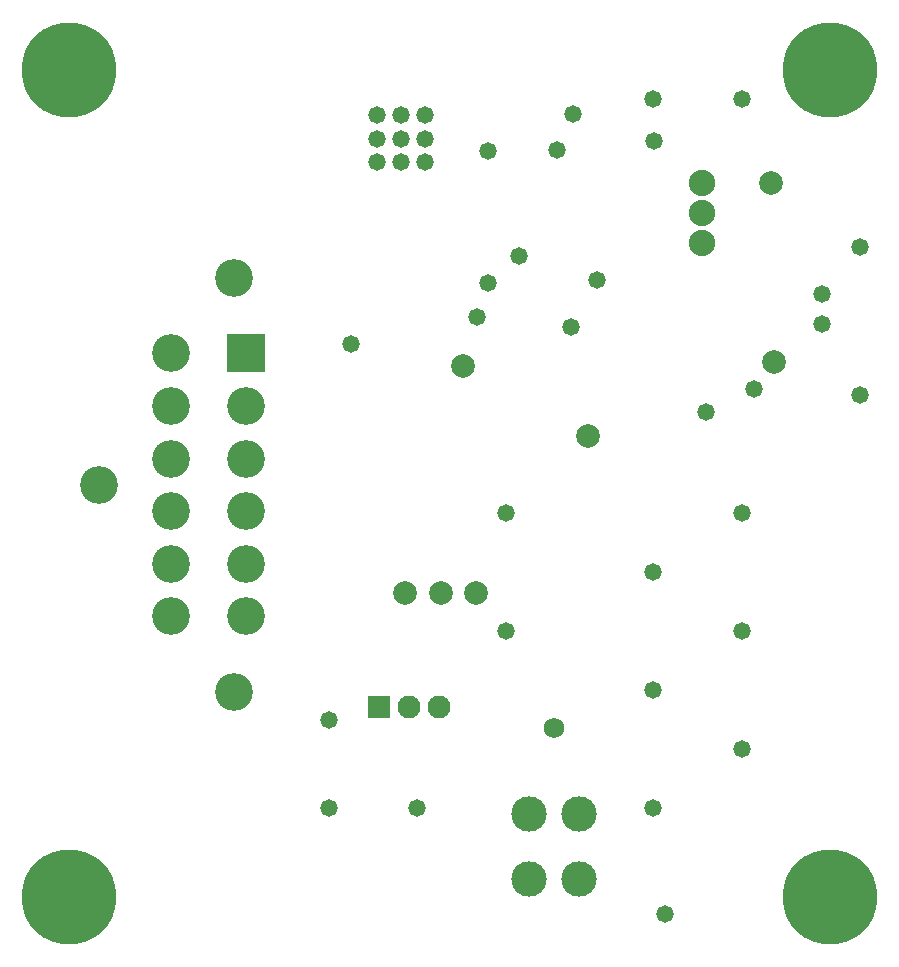
<source format=gbs>
G04*
G04 #@! TF.GenerationSoftware,Altium Limited,Altium Designer,19.1.8 (144)*
G04*
G04 Layer_Color=16711935*
%FSLAX25Y25*%
%MOIN*%
G70*
G01*
G75*
%ADD29C,0.31509*%
%ADD30C,0.07887*%
%ADD31C,0.08800*%
%ADD32C,0.12611*%
%ADD33R,0.12611X0.12611*%
%ADD34C,0.07690*%
%ADD35R,0.07690X0.07690*%
%ADD36C,0.06800*%
%ADD37C,0.11824*%
%ADD38C,0.05800*%
D29*
X248031Y403543D02*
D03*
X501968D02*
D03*
Y127953D02*
D03*
X248031D02*
D03*
D30*
X482279Y365905D02*
D03*
X421260Y281496D02*
D03*
X483268Y306102D02*
D03*
X379307Y304748D02*
D03*
X383858Y229331D02*
D03*
X372047D02*
D03*
X360236D02*
D03*
D31*
X459080Y365745D02*
D03*
Y355745D02*
D03*
Y345745D02*
D03*
D32*
X258000Y265216D02*
D03*
X303000Y196161D02*
D03*
Y334272D02*
D03*
X307016Y291535D02*
D03*
Y274016D02*
D03*
Y256496D02*
D03*
Y238976D02*
D03*
Y221457D02*
D03*
X282016D02*
D03*
Y238976D02*
D03*
Y256496D02*
D03*
Y274016D02*
D03*
Y291535D02*
D03*
Y309055D02*
D03*
D33*
X307016D02*
D03*
D34*
X371488Y191055D02*
D03*
X361488D02*
D03*
D35*
X351488D02*
D03*
D36*
X409842Y184252D02*
D03*
D37*
X418110Y133858D02*
D03*
Y155512D02*
D03*
X401575Y133858D02*
D03*
Y155512D02*
D03*
D38*
X446850Y122047D02*
D03*
X442913Y393701D02*
D03*
X472441D02*
D03*
X511811Y344488D02*
D03*
Y295276D02*
D03*
X472441Y255906D02*
D03*
Y216535D02*
D03*
Y177165D02*
D03*
X442913Y157480D02*
D03*
Y196850D02*
D03*
Y236221D02*
D03*
X393701Y255906D02*
D03*
Y216535D02*
D03*
X334646Y187008D02*
D03*
X364173Y157480D02*
D03*
X334646D02*
D03*
X342126Y312205D02*
D03*
X416142Y388976D02*
D03*
X387795Y376378D02*
D03*
X384252Y321260D02*
D03*
X387795Y332677D02*
D03*
X443280Y379906D02*
D03*
X499016Y328740D02*
D03*
X415354Y317913D02*
D03*
X424213Y333661D02*
D03*
X460630Y289370D02*
D03*
X499016Y318898D02*
D03*
X476378Y297244D02*
D03*
X366642Y388476D02*
D03*
Y380602D02*
D03*
Y372728D02*
D03*
X358768D02*
D03*
Y380602D02*
D03*
Y388476D02*
D03*
X350894D02*
D03*
Y380602D02*
D03*
Y372728D02*
D03*
X410779Y376905D02*
D03*
X398280Y341406D02*
D03*
M02*

</source>
